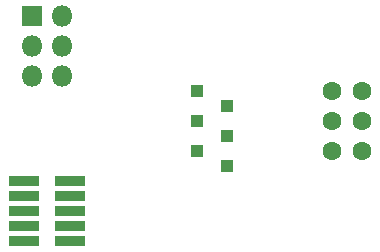
<source format=gbr>
%TF.GenerationSoftware,KiCad,Pcbnew,5.1.6-c6e7f7d~87~ubuntu18.04.1*%
%TF.CreationDate,2020-10-02T11:27:22-04:00*%
%TF.ProjectId,avrisp-pogopin-adapter,61767269-7370-42d7-906f-676f70696e2d,rev?*%
%TF.SameCoordinates,Original*%
%TF.FileFunction,Soldermask,Top*%
%TF.FilePolarity,Negative*%
%FSLAX46Y46*%
G04 Gerber Fmt 4.6, Leading zero omitted, Abs format (unit mm)*
G04 Created by KiCad (PCBNEW 5.1.6-c6e7f7d~87~ubuntu18.04.1) date 2020-10-02 11:27:22*
%MOMM*%
%LPD*%
G01*
G04 APERTURE LIST*
%ADD10R,1.100000X1.100000*%
%ADD11C,1.600000*%
%ADD12O,1.800000X1.800000*%
%ADD13R,1.800000X1.800000*%
%ADD14R,2.500000X0.840000*%
G04 APERTURE END LIST*
D10*
%TO.C,TP12*%
X135890000Y-83820000D03*
%TD*%
%TO.C,TP11*%
X138430000Y-85090000D03*
%TD*%
%TO.C,TP10*%
X135890000Y-81280000D03*
%TD*%
%TO.C,TP9*%
X138430000Y-82550000D03*
%TD*%
%TO.C,TP8*%
X138430000Y-80010000D03*
%TD*%
%TO.C,TP7*%
X135890000Y-78740000D03*
%TD*%
D11*
%TO.C,TP6*%
X149860000Y-83820000D03*
%TD*%
%TO.C,TP5*%
X147320000Y-83820000D03*
%TD*%
%TO.C,TP4*%
X149860000Y-81280000D03*
%TD*%
%TO.C,TP3*%
X147320000Y-81280000D03*
%TD*%
%TO.C,TP2*%
X149860000Y-78740000D03*
%TD*%
%TO.C,TP1*%
X147320000Y-78740000D03*
%TD*%
D12*
%TO.C,J2*%
X124460000Y-77470000D03*
X121920000Y-77470000D03*
X124460000Y-74930000D03*
X121920000Y-74930000D03*
X124460000Y-72390000D03*
D13*
X121920000Y-72390000D03*
%TD*%
D14*
%TO.C,J1*%
X125145000Y-91440000D03*
X121245000Y-91440000D03*
X125145000Y-90170000D03*
X121245000Y-90170000D03*
X125145000Y-88900000D03*
X121245000Y-88900000D03*
X125145000Y-87630000D03*
X121245000Y-87630000D03*
X125145000Y-86360000D03*
X121245000Y-86360000D03*
%TD*%
M02*

</source>
